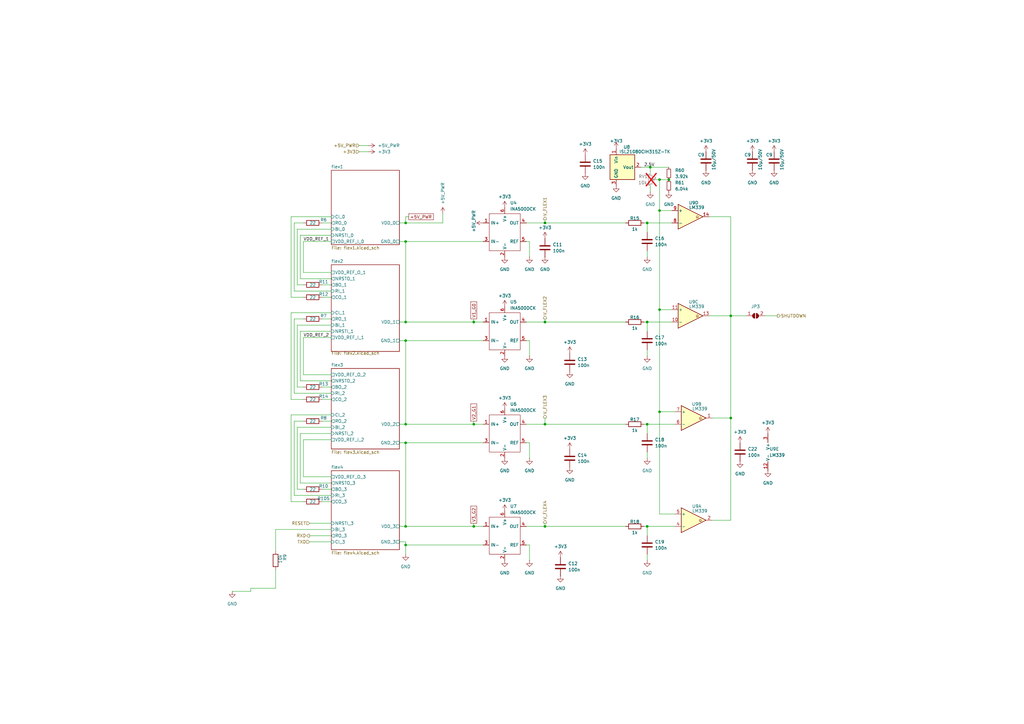
<source format=kicad_sch>
(kicad_sch (version 20231120) (generator "eeschema") (generator_version "8.0")
  (paper "A3")
  (lib_symbols
    (symbol "Comparator:LM339" (pin_names (offset 0.127))
      (property "Reference" "U" (at 0 5.08 0))
      (property "Value" "LM339" (at 0 -5.08 0))
      (symbol "LM339_1_1"
        (polyline (pts (xy -5.08 5.08) (xy 5.08 0) (xy -5.08 -5.08) (xy -5.08 5.08)) (stroke (width 0.254)) (fill (type background)))
        (polyline (pts (xy 3.302 -0.508) (xy 2.794 -0.508) (xy 3.302 0) (xy 2.794 0.508) (xy 2.286 0) (xy 2.794 -0.508) (xy 2.286 -0.508)) (stroke (width 0.127)))
        (pin open_collector line (at 7.62 0 180) (length 2.54) (name "~") (number "2"))
        (pin input line (at -7.62 -2.54 0) (length 2.54) (name "-") (number "4"))
        (pin input line (at -7.62 2.54 0) (length 2.54) (name "+") (number "5"))
      )
      (symbol "LM339_2_1"
        (polyline (pts (xy -5.08 5.08) (xy 5.08 0) (xy -5.08 -5.08) (xy -5.08 5.08)) (stroke (width 0.254)) (fill (type background)))
        (polyline (pts (xy 3.302 -0.508) (xy 2.794 -0.508) (xy 3.302 0) (xy 2.794 0.508) (xy 2.286 0) (xy 2.794 -0.508) (xy 2.286 -0.508)) (stroke (width 0.127)))
        (pin open_collector line (at 7.62 0 180) (length 2.54) (name "~") (number "1"))
        (pin input line (at -7.62 -2.54 0) (length 2.54) (name "-") (number "6"))
        (pin input line (at -7.62 2.54 0) (length 2.54) (name "+") (number "7"))
      )
      (symbol "LM339_3_1"
        (polyline (pts (xy -5.08 5.08) (xy 5.08 0) (xy -5.08 -5.08) (xy -5.08 5.08)) (stroke (width 0.254)) (fill (type background)))
        (polyline (pts (xy 3.302 -0.508) (xy 2.794 -0.508) (xy 3.302 0) (xy 2.794 0.508) (xy 2.286 0) (xy 2.794 -0.508) (xy 2.286 -0.508)) (stroke (width 0.127)))
        (pin input line (at -7.62 -2.54 0) (length 2.54) (name "-") (number "10"))
        (pin input line (at -7.62 2.54 0) (length 2.54) (name "+") (number "11"))
        (pin open_collector line (at 7.62 0 180) (length 2.54) (name "~") (number "13"))
      )
      (symbol "LM339_4_1"
        (polyline (pts (xy -5.08 5.08) (xy 5.08 0) (xy -5.08 -5.08) (xy -5.08 5.08)) (stroke (width 0.254)) (fill (type background)))
        (polyline (pts (xy 3.302 -0.508) (xy 2.794 -0.508) (xy 3.302 0) (xy 2.794 0.508) (xy 2.286 0) (xy 2.794 -0.508) (xy 2.286 -0.508)) (stroke (width 0.127)))
        (pin open_collector line (at 7.62 0 180) (length 2.54) (name "~") (number "14"))
        (pin input line (at -7.62 -2.54 0) (length 2.54) (name "-") (number "8"))
        (pin input line (at -7.62 2.54 0) (length 2.54) (name "+") (number "9"))
      )
      (symbol "LM339_5_1"
        (pin power_in line (at -2.54 -7.62 90) (length 3.81) (name "V-") (number "12"))
        (pin power_in line (at -2.54 7.62 270) (length 3.81) (name "V+") (number "3"))
      )
    )
    (symbol "Device:C" (pin_numbers hide) (pin_names (offset 0.254))
      (property "Reference" "C" (at 0.635 2.54 0))
      (property "Value" "C" (at 0.635 -2.54 0))
      (symbol "C_0_1"
        (polyline (pts (xy -2.032 -0.762) (xy 2.032 -0.762)) (stroke (width 0.508)))
        (polyline (pts (xy -2.032 0.762) (xy 2.032 0.762)) (stroke (width 0.508)))
      )
      (symbol "C_1_1"
        (pin passive line (at 0 3.81 270) (length 2.794) (name "~") (number "1"))
        (pin passive line (at 0 -3.81 90) (length 2.794) (name "~") (number "2"))
      )
    )
    (symbol "Device:R" (pin_numbers hide) (pin_names (offset 0))
      (property "Reference" "R" (at 2.032 0 90))
      (property "Value" "R" (at 0 0 90))
      (symbol "R_0_1"
        (rectangle (start -1.016 -2.54) (end 1.016 2.54) (stroke (width 0.254)))
      )
      (symbol "R_1_1"
        (pin passive line (at 0 3.81 270) (length 1.27) (name "~") (number "1"))
        (pin passive line (at 0 -3.81 90) (length 1.27) (name "~") (number "2"))
      )
    )
    (symbol "Device:R_Potentiometer_Small" (pin_names (offset 1.016) hide)
      (property "Reference" "RV" (at -4.445 0 90))
      (property "Value" "R_Potentiometer_Small" (at -2.54 0 90))
      (symbol "R_Potentiometer_Small_0_1"
        (polyline (pts (xy 0.889 0) (xy 0.635 0) (xy 1.651 0.381) (xy 1.651 -0.381) (xy 0.635 0) (xy 0.889 0)) (fill (type outline)))
        (rectangle (start 0.762 1.8034) (end -0.762 -1.8034) (stroke (width 0.254)))
      )
      (symbol "R_Potentiometer_Small_1_1"
        (pin passive line (at 0 2.54 270) (length 0.635) (name "1") (number "1"))
        (pin passive line (at 2.54 0 180) (length 0.9906) (name "2") (number "2"))
        (pin passive line (at 0 -2.54 90) (length 0.635) (name "3") (number "3"))
      )
    )
    (symbol "Device:R_Small" (pin_numbers hide) (pin_names (offset 0.254) hide)
      (property "Reference" "R" (at 0.762 0.508 0))
      (property "Value" "R_Small" (at 0.762 -1.016 0))
      (symbol "R_Small_0_1"
        (rectangle (start -0.762 1.778) (end 0.762 -1.778) (stroke (width 0.2032)))
      )
      (symbol "R_Small_1_1"
        (pin passive line (at 0 2.54 270) (length 0.762) (name "~") (number "1"))
        (pin passive line (at 0 -2.54 90) (length 0.762) (name "~") (number "2"))
      )
    )
    (symbol "Jumper:SolderJumper_2_Open" (pin_names (offset 0) hide)
      (property "Reference" "JP" (at 0 2.032 0))
      (property "Value" "SolderJumper_2_Open" (at 0 -2.54 0))
      (symbol "SolderJumper_2_Open_0_1"
        (arc (start -0.254 1.016) (mid -1.2656 0) (end -0.254 -1.016))
        (arc (start -0.254 1.016) (mid -1.2656 0) (end -0.254 -1.016) (fill (type outline)))
        (polyline (pts (xy -0.254 1.016) (xy -0.254 -1.016)))
        (polyline (pts (xy 0.254 1.016) (xy 0.254 -1.016)))
        (arc (start 0.254 -1.016) (mid 1.2656 0) (end 0.254 1.016))
        (arc (start 0.254 -1.016) (mid 1.2656 0) (end 0.254 1.016) (fill (type outline)))
      )
      (symbol "SolderJumper_2_Open_1_1"
        (pin passive line (at -3.81 0 0) (length 2.54) (name "A") (number "1"))
        (pin passive line (at 3.81 0 180) (length 2.54) (name "B") (number "2"))
      )
    )
    (symbol "Reference_Voltage:ISL21070CIH320Z-TK"
      (property "Reference" "U" (at -0.635 8.255 0))
      (property "Value" "ISL21070CIH320Z-TK" (at -1.905 6.35 0))
      (symbol "ISL21070CIH320Z-TK_0_1"
        (rectangle (start -5.08 5.08) (end 5.08 -5.08) (stroke (width 0.254)) (fill (type background)))
      )
      (symbol "ISL21070CIH320Z-TK_1_1"
        (pin power_in line (at -2.54 7.62 270) (length 2.54) (name "Vin") (number "1"))
        (pin power_out line (at 7.62 0 180) (length 2.54) (name "Vout") (number "2"))
        (pin power_in line (at -2.54 -7.62 90) (length 2.54) (name "GND") (number "3"))
      )
    )
    (symbol "mylib7:+5V_PWR" (power) (pin_names (offset 0))
      (property "Value" "+5V_PWR" (at 0 4.445 0))
      (symbol "+5V_PWR_0_1"
        (polyline (pts (xy -0.762 1.27) (xy 0 2.54)))
        (polyline (pts (xy 0 0) (xy 0 2.54)))
        (polyline (pts (xy 0 2.54) (xy 0.762 1.27)))
      )
      (symbol "+5V_PWR_1_1"
        (pin power_in line (at 0 0 90) (length 0) hide (name "+5V_PWR") (number "1"))
      )
    )
    (symbol "mylib7:INA500-DCK"
      (property "Reference" "U" (at 3.81 7.62 0))
      (property "Value" "INA500DCK" (at 7.62 -10.16 0))
      (symbol "INA500-DCK_0_1"
        (rectangle (start -5.08 6.35) (end 7.62 -8.89))
      )
      (symbol "INA500-DCK_1_1"
        (pin input line (at -7.62 2.54 0) (length 2.54) (name "IN+") (number "1"))
        (pin input line (at 1.27 -11.43 90) (length 2.54) (name "V-") (number "2"))
        (pin input line (at -7.62 -5.08 0) (length 2.54) (name "IN-") (number "3"))
        (pin input line (at 10.16 2.54 180) (length 2.54) (name "OUT") (number "4"))
        (pin input line (at 10.16 -5.08 180) (length 2.54) (name "REF") (number "5"))
        (pin input line (at 1.27 8.89 270) (length 2.54) (name "V+") (number "6"))
      )
    )
    (symbol "power:+3V3" (power) (pin_names (offset 0))
      (property "Value" "+3V3" (at 0 3.556 0))
      (symbol "+3V3_0_1"
        (polyline (pts (xy -0.762 1.27) (xy 0 2.54)))
        (polyline (pts (xy 0 0) (xy 0 2.54)))
        (polyline (pts (xy 0 2.54) (xy 0.762 1.27)))
      )
      (symbol "+3V3_1_1"
        (pin power_in line (at 0 0 90) (length 0) hide (name "+3V3") (number "1"))
      )
    )
    (symbol "power:GND" (power) (pin_numbers hide) (pin_names (offset 0) hide)
      (property "Value" "GND" (at 0 -3.81 0))
      (symbol "GND_0_1"
        (polyline (pts (xy 0 0) (xy 0 -1.27) (xy 1.27 -1.27) (xy 0 -2.54) (xy -1.27 -1.27) (xy 0 -1.27)))
      )
      (symbol "GND_1_1"
        (pin power_in line (at 0 0 270) (length 0) (name "~") (number "1"))
      )
    )
  )
  (junction (at 223.52 173.99))
  (junction (at 166.37 99.06))
  (junction (at 194.31 132.08))
  (junction (at 265.43 215.9))
  (junction (at 270.51 168.91))
  (junction (at 299.72 129.54))
  (junction (at 166.37 173.99))
  (junction (at 266.7 68.58))
  (junction (at 166.37 223.52))
  (junction (at 223.52 132.08))
  (junction (at 265.43 132.08))
  (junction (at 166.37 181.61))
  (junction (at 223.52 91.44))
  (junction (at 223.52 215.9))
  (junction (at 270.51 73.66))
  (junction (at 265.43 173.99))
  (junction (at 166.37 132.08))
  (junction (at 270.51 127))
  (junction (at 270.51 86.36))
  (junction (at 274.32 73.66))
  (junction (at 166.37 91.44))
  (junction (at 194.31 215.9))
  (junction (at 194.31 173.99))
  (junction (at 299.72 171.45))
  (junction (at 166.37 215.9))
  (junction (at 265.43 91.44))
  (junction (at 166.37 139.7))
  (wire (pts (xy 163.83 99.06) (xy 166.37 99.06)))
  (wire (pts (xy 121.92 93.98) (xy 135.89 93.98)))
  (wire (pts (xy 223.52 171.45) (xy 223.52 173.99)))
  (wire (pts (xy 290.83 88.9) (xy 299.72 88.9)))
  (wire (pts (xy 270.51 73.66) (xy 274.32 73.66)))
  (wire (pts (xy 266.7 76.2) (xy 266.7 78.74)))
  (wire (pts (xy 166.37 99.06) (xy 198.12 99.06)))
  (wire (pts (xy 166.37 223.52) (xy 166.37 222.25)))
  (wire (pts (xy 123.19 114.3) (xy 135.89 114.3)))
  (wire (pts (xy 132.08 116.84) (xy 135.89 116.84)))
  (wire (pts (xy 119.38 88.9) (xy 135.89 88.9)))
  (wire (pts (xy 299.72 213.36) (xy 292.1 213.36)))
  (wire (pts (xy 120.65 161.29) (xy 135.89 161.29)))
  (wire (pts (xy 166.37 139.7) (xy 166.37 173.99)))
  (wire (pts (xy 217.17 223.52) (xy 215.9 223.52)))
  (wire (pts (xy 124.46 116.84) (xy 121.92 116.84)))
  (wire (pts (xy 215.9 91.44) (xy 223.52 91.44)))
  (wire (pts (xy 132.08 130.81) (xy 135.89 130.81)))
  (wire (pts (xy 215.9 173.99) (xy 223.52 173.99)))
  (wire (pts (xy 132.08 172.72) (xy 135.89 172.72)))
  (wire (pts (xy 135.89 96.52) (xy 123.19 96.52)))
  (wire (pts (xy 124.46 195.58) (xy 135.89 195.58)))
  (wire (pts (xy 270.51 86.36) (xy 275.59 86.36)))
  (wire (pts (xy 113.03 217.17) (xy 135.89 217.17)))
  (wire (pts (xy 124.46 99.06) (xy 135.89 99.06)))
  (wire (pts (xy 299.72 171.45) (xy 299.72 213.36)))
  (wire (pts (xy 265.43 132.08) (xy 275.59 132.08)))
  (wire (pts (xy 135.89 133.35) (xy 121.92 133.35)))
  (wire (pts (xy 264.16 91.44) (xy 265.43 91.44)))
  (wire (pts (xy 119.38 163.83) (xy 119.38 128.27)))
  (wire (pts (xy 265.43 91.44) (xy 275.59 91.44)))
  (wire (pts (xy 264.16 173.99) (xy 265.43 173.99)))
  (wire (pts (xy 121.92 116.84) (xy 121.92 93.98)))
  (wire (pts (xy 166.37 227.33) (xy 166.37 223.52)))
  (wire (pts (xy 166.37 181.61) (xy 166.37 215.9)))
  (wire (pts (xy 135.89 203.2) (xy 120.65 203.2)))
  (wire (pts (xy 119.38 121.92) (xy 119.38 88.9)))
  (wire (pts (xy 194.31 132.08) (xy 198.12 132.08)))
  (wire (pts (xy 135.89 180.34) (xy 124.46 180.34)))
  (wire (pts (xy 132.08 200.66) (xy 135.89 200.66)))
  (wire (pts (xy 123.19 96.52) (xy 123.19 114.3)))
  (wire (pts (xy 215.9 215.9) (xy 223.52 215.9)))
  (wire (pts (xy 265.43 185.42) (xy 265.43 187.96)))
  (wire (pts (xy 124.46 153.67) (xy 135.89 153.67)))
  (wire (pts (xy 217.17 105.41) (xy 217.17 99.06)))
  (wire (pts (xy 127 222.25) (xy 135.89 222.25)))
  (wire (pts (xy 166.37 181.61) (xy 163.83 181.61)))
  (wire (pts (xy 265.43 173.99) (xy 265.43 177.8)))
  (wire (pts (xy 163.83 139.7) (xy 166.37 139.7)))
  (wire (pts (xy 135.89 198.12) (xy 123.19 198.12)))
  (wire (pts (xy 215.9 132.08) (xy 223.52 132.08)))
  (wire (pts (xy 264.16 215.9) (xy 265.43 215.9)))
  (wire (pts (xy 266.7 68.58) (xy 274.32 68.58)))
  (wire (pts (xy 223.52 130.81) (xy 223.52 132.08)))
  (wire (pts (xy 166.37 99.06) (xy 166.37 132.08)))
  (wire (pts (xy 163.83 132.08) (xy 166.37 132.08)))
  (wire (pts (xy 265.43 91.44) (xy 265.43 95.25)))
  (wire (pts (xy 166.37 215.9) (xy 194.31 215.9)))
  (wire (pts (xy 166.37 222.25) (xy 163.83 222.25)))
  (wire (pts (xy 123.19 135.89) (xy 123.19 156.21)))
  (wire (pts (xy 124.46 138.43) (xy 124.46 153.67)))
  (wire (pts (xy 290.83 129.54) (xy 299.72 129.54)))
  (wire (pts (xy 223.52 91.44) (xy 256.54 91.44)))
  (wire (pts (xy 132.08 205.74) (xy 135.89 205.74)))
  (wire (pts (xy 266.7 68.58) (xy 266.7 71.12)))
  (wire (pts (xy 102.87 241.3) (xy 102.87 242.57)))
  (wire (pts (xy 124.46 163.83) (xy 119.38 163.83)))
  (wire (pts (xy 264.16 132.08) (xy 265.43 132.08)))
  (wire (pts (xy 113.03 226.06) (xy 113.03 217.17)))
  (wire (pts (xy 121.92 133.35) (xy 121.92 158.75)))
  (wire (pts (xy 124.46 91.44) (xy 120.65 91.44)))
  (wire (pts (xy 166.37 91.44) (xy 181.61 91.44)))
  (wire (pts (xy 181.61 91.44) (xy 181.61 87.63)))
  (wire (pts (xy 132.08 121.92) (xy 135.89 121.92)))
  (wire (pts (xy 265.43 215.9) (xy 265.43 219.71)))
  (wire (pts (xy 265.43 227.33) (xy 265.43 229.87)))
  (wire (pts (xy 120.65 172.72) (xy 124.46 172.72)))
  (wire (pts (xy 147.32 59.69) (xy 151.13 59.69)))
  (wire (pts (xy 120.65 91.44) (xy 120.65 119.38)))
  (wire (pts (xy 194.31 214.63) (xy 194.31 215.9)))
  (wire (pts (xy 166.37 173.99) (xy 194.31 173.99)))
  (wire (pts (xy 127 219.71) (xy 135.89 219.71)))
  (wire (pts (xy 194.31 130.81) (xy 194.31 132.08)))
  (wire (pts (xy 124.46 121.92) (xy 119.38 121.92)))
  (wire (pts (xy 147.32 62.23) (xy 151.13 62.23)))
  (wire (pts (xy 270.51 168.91) (xy 276.86 168.91)))
  (wire (pts (xy 119.38 170.18) (xy 135.89 170.18)))
  (wire (pts (xy 123.19 135.89) (xy 135.89 135.89)))
  (wire (pts (xy 127 214.63) (xy 135.89 214.63)))
  (wire (pts (xy 194.31 173.99) (xy 198.12 173.99)))
  (wire (pts (xy 265.43 173.99) (xy 276.86 173.99)))
  (wire (pts (xy 223.52 214.63) (xy 223.52 215.9)))
  (wire (pts (xy 270.51 73.66) (xy 270.51 86.36)))
  (wire (pts (xy 120.65 130.81) (xy 120.65 161.29)))
  (wire (pts (xy 299.72 88.9) (xy 299.72 129.54)))
  (wire (pts (xy 135.89 138.43) (xy 124.46 138.43)))
  (wire (pts (xy 102.87 242.57) (xy 95.25 242.57)))
  (wire (pts (xy 269.24 73.66) (xy 270.51 73.66)))
  (wire (pts (xy 163.83 215.9) (xy 166.37 215.9)))
  (wire (pts (xy 120.65 119.38) (xy 135.89 119.38)))
  (wire (pts (xy 120.65 203.2) (xy 120.65 172.72)))
  (wire (pts (xy 121.92 175.26) (xy 135.89 175.26)))
  (wire (pts (xy 270.51 168.91) (xy 270.51 210.82)))
  (wire (pts (xy 270.51 86.36) (xy 270.51 127)))
  (wire (pts (xy 223.52 215.9) (xy 256.54 215.9)))
  (wire (pts (xy 121.92 200.66) (xy 124.46 200.66)))
  (wire (pts (xy 265.43 215.9) (xy 276.86 215.9)))
  (wire (pts (xy 265.43 102.87) (xy 265.43 105.41)))
  (wire (pts (xy 132.08 158.75) (xy 135.89 158.75)))
  (wire (pts (xy 299.72 129.54) (xy 299.72 171.45)))
  (wire (pts (xy 163.83 91.44) (xy 166.37 91.44)))
  (wire (pts (xy 217.17 229.87) (xy 217.17 223.52)))
  (wire (pts (xy 113.03 233.68) (xy 113.03 241.3)))
  (wire (pts (xy 163.83 173.99) (xy 166.37 173.99)))
  (wire (pts (xy 135.89 111.76) (xy 124.46 111.76)))
  (wire (pts (xy 217.17 187.96) (xy 217.17 181.61)))
  (wire (pts (xy 166.37 88.9) (xy 166.37 91.44)))
  (wire (pts (xy 132.08 91.44) (xy 135.89 91.44)))
  (wire (pts (xy 123.19 198.12) (xy 123.19 177.8)))
  (wire (pts (xy 121.92 175.26) (xy 121.92 200.66)))
  (wire (pts (xy 265.43 132.08) (xy 265.43 135.89)))
  (wire (pts (xy 121.92 158.75) (xy 124.46 158.75)))
  (wire (pts (xy 270.51 210.82) (xy 276.86 210.82)))
  (wire (pts (xy 166.37 139.7) (xy 198.12 139.7)))
  (wire (pts (xy 166.37 223.52) (xy 198.12 223.52)))
  (wire (pts (xy 166.37 88.9) (xy 167.64 88.9)))
  (wire (pts (xy 265.43 143.51) (xy 265.43 146.05)))
  (wire (pts (xy 223.52 173.99) (xy 256.54 173.99)))
  (wire (pts (xy 123.19 177.8) (xy 135.89 177.8)))
  (wire (pts (xy 119.38 128.27) (xy 135.89 128.27)))
  (wire (pts (xy 119.38 170.18) (xy 119.38 205.74)))
  (wire (pts (xy 292.1 171.45) (xy 299.72 171.45)))
  (wire (pts (xy 194.31 215.9) (xy 198.12 215.9)))
  (wire (pts (xy 217.17 146.05) (xy 217.17 139.7)))
  (wire (pts (xy 217.17 181.61) (xy 215.9 181.61)))
  (wire (pts (xy 270.51 127) (xy 275.59 127)))
  (wire (pts (xy 124.46 180.34) (xy 124.46 195.58)))
  (wire (pts (xy 194.31 172.72) (xy 194.31 173.99)))
  (wire (pts (xy 313.69 129.54) (xy 318.77 129.54)))
  (wire (pts (xy 217.17 99.06) (xy 215.9 99.06)))
  (wire (pts (xy 270.51 127) (xy 270.51 168.91)))
  (wire (pts (xy 166.37 132.08) (xy 194.31 132.08)))
  (wire (pts (xy 124.46 111.76) (xy 124.46 99.06)))
  (wire (pts (xy 119.38 205.74) (xy 124.46 205.74)))
  (wire (pts (xy 223.52 90.17) (xy 223.52 91.44)))
  (wire (pts (xy 166.37 181.61) (xy 198.12 181.61)))
  (wire (pts (xy 223.52 132.08) (xy 256.54 132.08)))
  (wire (pts (xy 123.19 156.21) (xy 135.89 156.21)))
  (wire (pts (xy 113.03 241.3) (xy 102.87 241.3)))
  (wire (pts (xy 217.17 139.7) (xy 215.9 139.7)))
  (wire (pts (xy 132.08 163.83) (xy 135.89 163.83)))
  (wire (pts (xy 124.46 130.81) (xy 120.65 130.81)))
  (wire (pts (xy 299.72 129.54) (xy 306.07 129.54)))
  (wire (pts (xy 262.89 68.58) (xy 266.7 68.58)))
  (label "2.5V" (at 264.16 68.58 0))
  (label "VDD_REF_1" (at 124.46 99.06 0))
  (label "VDD_REF_2" (at 124.46 138.43 0))
  (global_label "V3_G2" (shape passive) (at 194.31 214.63 90) (property "Intersheetrefs" "${INTERSHEET_REFS}" (effects (hide yes))))
  (global_label "V2_G1" (shape passive) (at 194.31 172.72 90) (property "Intersheetrefs" "${INTERSHEET_REFS}" (effects (hide yes))))
  (global_label "V1_G0" (shape passive) (at 194.31 130.81 90) (property "Intersheetrefs" "${INTERSHEET_REFS}" (effects (hide yes))))
  (global_label "+5V_PWR" (shape passive) (at 167.64 88.9 0) (property "Intersheetrefs" "${INTERSHEET_REFS}" (effects (hide yes))))
  (hierarchical_label "SHUTDOWN" (shape output) (at 318.77 129.54 0))
  (hierarchical_label "V_FLEX2" (shape output) (at 223.52 130.81 90))
  (hierarchical_label "V_FLEX4" (shape output) (at 223.52 214.63 90))
  (hierarchical_label "RESET" (shape input) (at 127 214.63 180))
  (hierarchical_label "+3V3" (shape input) (at 147.32 62.23 180))
  (hierarchical_label "V_FLEX1" (shape output) (at 223.52 90.17 90))
  (hierarchical_label "V_FLEX3" (shape output) (at 223.52 171.45 90))
  (hierarchical_label "TXD" (shape input) (at 127 222.25 180))
  (hierarchical_label "+5V_PWR" (shape input) (at 147.32 59.69 180))
  (hierarchical_label "RXD" (shape output) (at 127 219.71 180))
  (symbol (lib_id "power:GND") (at 274.32 78.74 0) (unit 1)
    (property "Reference" "#PWR0390" (effects (hide yes)))
    (property "Value" "GND" (at 274.32 83.82 0))
    (property "Description" "Power symbol creates a global label with name \"GND\" , ground" (effects (hide yes)))
  )
  (symbol (lib_id "power:+3V3") (at 233.68 184.15 0) (unit 1)
    (property "Reference" "#PWR065" (effects (hide yes)))
    (property "Value" "+3V3" (at 233.68 179.705 0))
  )
  (symbol (lib_id "power:GND") (at 317.5 69.85 0) (unit 1)
    (property "Reference" "#PWR086" (effects (hide yes)))
    (property "Value" "GND" (at 317.5 74.93 0))
    (property "Description" "Power symbol creates a global label with name \"GND\" , ground" (effects (hide yes)))
  )
  (symbol (lib_id "Device:C") (at 265.43 139.7 0) (unit 1)
    (property "Reference" "C17" (at 268.605 138.43 0) (effects (justify left)))
    (property "Value" "100n" (at 268.605 140.97 0) (effects (justify left)))
    (property "Footprint" "Capacitor_SMD:C_0805_2012Metric" (effects (hide yes)))
  )
  (symbol (lib_id "power:+3V3") (at 252.73 60.96 0) (unit 1)
    (property "Reference" "#PWR069" (effects (hide yes)))
    (property "Value" "+3V3" (at 252.73 57.785 0))
  )
  (symbol (lib_id "Device:C") (at 240.03 67.31 0) (unit 1)
    (property "Reference" "C15" (at 243.205 66.04 0) (effects (justify left)))
    (property "Value" "100n" (at 243.205 68.58 0) (effects (justify left)))
    (property "Footprint" "Capacitor_SMD:C_0805_2012Metric" (effects (hide yes)))
  )
  (symbol (lib_id "Device:C") (at 233.68 187.96 0) (unit 1)
    (property "Reference" "C14" (at 236.855 186.69 0) (effects (justify left)))
    (property "Value" "100n" (at 236.855 189.23 0) (effects (justify left)))
    (property "Footprint" "Capacitor_SMD:C_0805_2012Metric" (effects (hide yes)))
  )
  (symbol (lib_id "mylib7:INA500-DCK") (at 205.74 93.98 0) (unit 1)
    (property "Reference" "U4" (at 209.2041 83.185 0) (effects (justify left)))
    (property "Value" "INA500DCK" (at 209.2041 85.725 0) (effects (justify left)))
    (property "Footprint" "Package_TO_SOT_SMD:SOT-363_SC-70-6" (effects (hide yes)))
    (property "Distributor" "D" (effects (hide yes)))
    (property "Manufacturer" "INA500AIDCKR" (effects (hide yes)))
    (property "OrderNr" "296-INA500AIDCKRCT-ND" (effects (hide yes)))
  )
  (symbol (lib_id "Device:R") (at 260.35 215.9 90) (unit 1)
    (property "Reference" "R18" (at 260.35 213.995 90))
    (property "Value" "1k" (at 260.35 218.44 90))
    (property "Footprint" "Resistor_SMD:R_0805_2012Metric" (effects (hide yes)))
  )
  (symbol (lib_id "Device:R") (at 128.27 121.92 90) (unit 1)
    (property "Reference" "R12" (at 132.715 120.65 90))
    (property "Value" "22" (at 128.27 121.92 90))
    (property "Footprint" "Resistor_SMD:R_0805_2012Metric" (effects (hide yes)))
  )
  (symbol (lib_id "Device:R") (at 113.03 229.87 0) (unit 1)
    (property "Reference" "R9" (at 116.84 228.6 90))
    (property "Value" "10k" (at 114.935 229.235 90))
    (property "Footprint" "Resistor_SMD:R_0805_2012Metric" (effects (hide yes)))
  )
  (symbol (lib_id "Device:C") (at 289.56 66.04 0) (mirror y) (unit 1)
    (property "Reference" "C9" (at 288.925 63.5 0) (effects (justify left)))
    (property "Value" "10µ/50V" (at 292.735 69.85 90) (effects (justify left)))
    (property "Footprint" "Capacitor_SMD:C_1206_3216Metric" (effects (hide yes)))
    (instances (project "pferdibank" (path "" (reference "C9") (unit 1))) (project "power" (path "" (reference "C20") (unit 1))) (project "0xaxe" (path "" (reference "C20") (unit 1))))
  )
  (symbol (lib_id "power:GND") (at 217.17 229.87 0) (unit 1)
    (property "Reference" "#PWR058" (effects (hide yes)))
    (property "Value" "GND" (at 217.17 234.95 0))
    (property "Description" "Power symbol creates a global label with name \"GND\" , ground" (effects (hide yes)))
  )
  (symbol (lib_id "power:GND") (at 233.68 191.77 0) (unit 1)
    (property "Reference" "#PWR066" (effects (hide yes)))
    (property "Value" "GND" (at 233.68 196.85 0))
    (property "Description" "Power symbol creates a global label with name \"GND\" , ground" (effects (hide yes)))
  )
  (symbol (lib_id "Comparator:LM339") (at 284.48 171.45 0) (unit 2)
    (property "Reference" "U9" (at 285.75 165.735 0))
    (property "Value" "LM339" (at 287.02 167.64 0))
    (property "Footprint" "Package_SO:SOIC-14_3.9x8.7mm_P1.27mm" (effects (hide yes)))
    (property "Datasheet" "https://www.st.com/resource/en/datasheet/lm139.pdf" (effects (hide yes)))
    (property "Distributor" "D" (effects (hide yes)))
    (property "Manufacturer" "LM339DR" (effects (hide yes)))
    (property "OrderNr" "296-1013-1-ND" (effects (hide yes)))
  )
  (symbol (lib_id "Device:C") (at 308.61 66.04 0) (mirror y) (unit 1)
    (property "Reference" "C9" (at 307.975 63.5 0) (effects (justify left)))
    (property "Value" "10µ/50V" (at 311.785 69.85 90) (effects (justify left)))
    (property "Footprint" "Capacitor_SMD:C_1206_3216Metric" (effects (hide yes)))
    (instances (project "pferdibank" (path "" (reference "C9") (unit 1))) (project "power" (path "" (reference "C20") (unit 1))) (project "0xaxe" (path "" (reference "C23") (unit 1))))
  )
  (symbol (lib_id "mylib7:INA500-DCK") (at 205.74 218.44 0) (unit 1)
    (property "Reference" "U7" (at 209.2041 207.645 0) (effects (justify left)))
    (property "Value" "INA500DCK" (at 209.2041 210.185 0) (effects (justify left)))
    (property "Footprint" "Package_TO_SOT_SMD:SOT-363_SC-70-6" (effects (hide yes)))
    (property "Distributor" "D" (effects (hide yes)))
    (property "Manufacturer" "INA500AIDCKR" (effects (hide yes)))
    (property "OrderNr" "296-INA500AIDCKRCT-ND" (effects (hide yes)))
  )
  (symbol (lib_id "power:+3V3") (at 314.96 177.8 0) (unit 1)
    (property "Reference" "#PWR083" (effects (hide yes)))
    (property "Value" "+3V3" (at 314.96 173.355 0))
  )
  (symbol (lib_id "power:+3V3") (at 151.13 62.23 270) (unit 1)
    (property "Reference" "#PWR0323" (effects (hide yes)))
    (property "Value" "+3V3" (at 154.94 62.23 90) (effects (justify left)))
  )
  (symbol (lib_id "power:GND") (at 265.43 105.41 0) (unit 1)
    (property "Reference" "#PWR071" (effects (hide yes)))
    (property "Value" "GND" (at 265.43 110.49 0))
    (property "Description" "Power symbol creates a global label with name \"GND\" , ground" (effects (hide yes)))
  )
  (symbol (lib_id "power:+3V3") (at 223.52 97.79 0) (unit 1)
    (property "Reference" "#PWR059" (effects (hide yes)))
    (property "Value" "+3V3" (at 223.52 93.345 0))
  )
  (symbol (lib_id "Device:R_Potentiometer_Small") (at 266.7 73.66 0) (unit 1) (in_bom no) (dnp yes)
    (property "Reference" "RV1" (at 265.684 72.39 0) (effects (justify right)))
    (property "Value" "10k" (at 265.43 74.93 0) (effects (justify right)))
    (property "Footprint" "Potentiometer_SMD:Potentiometer_Bourns_3214X_Vertical" (effects (hide yes)))
    (property "Description" "Potentiometer" (effects (hide yes)))
    (property "Distributor" "D" (effects (hide yes)))
    (property "Manufacturer" "3214X-1-103E" (effects (hide yes)))
    (property "OrderNr" "3214X-1-103ECT-ND" (effects (hide yes)))
  )
  (symbol (lib_id "mylib7:INA500-DCK") (at 205.74 134.62 0) (unit 1)
    (property "Reference" "U5" (at 209.2041 123.825 0) (effects (justify left)))
    (property "Value" "INA500DCK" (at 209.2041 126.365 0) (effects (justify left)))
    (property "Footprint" "Package_TO_SOT_SMD:SOT-363_SC-70-6" (effects (hide yes)))
    (property "Distributor" "D" (effects (hide yes)))
    (property "Manufacturer" "INA500AIDCKR" (effects (hide yes)))
    (property "OrderNr" "296-INA500AIDCKRCT-ND" (effects (hide yes)))
  )
  (symbol (lib_id "Device:C") (at 265.43 223.52 0) (unit 1)
    (property "Reference" "C19" (at 268.605 222.25 0) (effects (justify left)))
    (property "Value" "100n" (at 268.605 224.79 0) (effects (justify left)))
    (property "Footprint" "Capacitor_SMD:C_0805_2012Metric" (effects (hide yes)))
  )
  (symbol (lib_id "power:+3V3") (at 229.87 228.6 0) (unit 1)
    (property "Reference" "#PWR061" (effects (hide yes)))
    (property "Value" "+3V3" (at 229.87 224.155 0))
  )
  (symbol (lib_id "Device:R") (at 260.35 173.99 90) (unit 1)
    (property "Reference" "R17" (at 260.35 172.085 90))
    (property "Value" "1k" (at 260.35 176.53 90))
    (property "Footprint" "Resistor_SMD:R_0805_2012Metric" (effects (hide yes)))
  )
  (symbol (lib_id "mylib7:+5V_PWR") (at 198.12 91.44 90) (unit 1)
    (property "Reference" "#PWR046" (effects (hide yes)))
    (property "Value" "+5V_PWR" (at 194.31 95.25 0) (effects (justify left)))
  )
  (symbol (lib_id "Device:R") (at 128.27 116.84 90) (unit 1)
    (property "Reference" "R11" (at 132.715 115.57 90))
    (property "Value" "22" (at 128.27 116.84 90))
    (property "Footprint" "Resistor_SMD:R_0805_2012Metric" (effects (hide yes)))
  )
  (symbol (lib_id "Device:C") (at 229.87 232.41 0) (unit 1)
    (property "Reference" "C12" (at 233.045 231.14 0) (effects (justify left)))
    (property "Value" "100n" (at 233.045 233.68 0) (effects (justify left)))
    (property "Footprint" "Capacitor_SMD:C_0805_2012Metric" (effects (hide yes)))
  )
  (symbol (lib_id "Jumper:SolderJumper_2_Open") (at 309.88 129.54 0) (unit 1)
    (property "Reference" "JP3" (at 309.88 125.73 0))
    (property "Value" "SolderJumper_2_Open" (effects (hide yes)))
    (property "Footprint" "Jumper:SolderJumper-2_P1.3mm_Open_RoundedPad1.0x1.5mm" (effects (hide yes)))
    (property "Distributor" "-" (effects (hide yes)))
  )
  (symbol (lib_id "power:GND") (at 265.43 146.05 0) (unit 1)
    (property "Reference" "#PWR072" (effects (hide yes)))
    (property "Value" "GND" (at 265.43 151.13 0))
    (property "Description" "Power symbol creates a global label with name \"GND\" , ground" (effects (hide yes)))
  )
  (symbol (lib_id "power:GND") (at 308.61 69.85 0) (unit 1)
    (property "Reference" "#PWR082" (effects (hide yes)))
    (property "Value" "GND" (at 308.61 74.93 0))
    (property "Description" "Power symbol creates a global label with name \"GND\" , ground" (effects (hide yes)))
  )
  (symbol (lib_id "Device:R") (at 128.27 172.72 90) (unit 1)
    (property "Reference" "R8" (at 132.715 171.45 90))
    (property "Value" "22" (at 128.27 172.72 90))
    (property "Footprint" "Resistor_SMD:R_0805_2012Metric" (effects (hide yes)))
  )
  (symbol (lib_id "Device:C") (at 317.5 66.04 0) (mirror y) (unit 1)
    (property "Reference" "C9" (at 316.865 63.5 0) (effects (justify left)))
    (property "Value" "10µ/50V" (at 320.675 69.85 90) (effects (justify left)))
    (property "Footprint" "Capacitor_SMD:C_1206_3216Metric" (effects (hide yes)))
    (instances (project "pferdibank" (path "" (reference "C9") (unit 1))) (project "power" (path "" (reference "C20") (unit 1))) (project "0xaxe" (path "" (reference "C24") (unit 1))))
  )
  (symbol (lib_id "power:+3V3") (at 240.03 63.5 0) (unit 1)
    (property "Reference" "#PWR067" (effects (hide yes)))
    (property "Value" "+3V3" (at 240.03 59.055 0))
  )
  (symbol (lib_id "mylib7:INA500-DCK") (at 205.74 176.53 0) (unit 1)
    (property "Reference" "U6" (at 209.2041 165.735 0) (effects (justify left)))
    (property "Value" "INA500DCK" (at 209.2041 168.275 0) (effects (justify left)))
    (property "Footprint" "Package_TO_SOT_SMD:SOT-363_SC-70-6" (effects (hide yes)))
    (property "Distributor" "D" (effects (hide yes)))
    (property "Manufacturer" "INA500AIDCKR" (effects (hide yes)))
    (property "OrderNr" "296-INA500AIDCKRCT-ND" (effects (hide yes)))
  )
  (symbol (lib_id "power:GND") (at 233.68 152.4 0) (unit 1)
    (property "Reference" "#PWR064" (effects (hide yes)))
    (property "Value" "GND" (at 233.68 157.48 0))
    (property "Description" "Power symbol creates a global label with name \"GND\" , ground" (effects (hide yes)))
  )
  (symbol (lib_id "Comparator:LM339") (at 283.21 129.54 0) (unit 3)
    (property "Reference" "U9" (at 284.48 123.825 0))
    (property "Value" "LM339" (at 285.75 125.73 0))
    (property "Footprint" "Package_SO:SOIC-14_3.9x8.7mm_P1.27mm" (effects (hide yes)))
    (property "Datasheet" "https://www.st.com/resource/en/datasheet/lm139.pdf" (effects (hide yes)))
    (property "Distributor" "D" (effects (hide yes)))
    (property "Manufacturer" "LM339DR" (effects (hide yes)))
    (property "OrderNr" "296-1013-1-ND" (effects (hide yes)))
  )
  (symbol (lib_id "power:GND") (at 217.17 146.05 0) (unit 1)
    (property "Reference" "#PWR056" (effects (hide yes)))
    (property "Value" "GND" (at 217.17 151.13 0))
    (property "Description" "Power symbol creates a global label with name \"GND\" , ground" (effects (hide yes)))
  )
  (symbol (lib_id "Comparator:LM339") (at 317.5 185.42 0) (unit 5)
    (property "Reference" "U9" (at 315.595 184.15 0) (effects (justify left)))
    (property "Value" "LM339" (at 315.595 186.69 0) (effects (justify left)))
    (property "Footprint" "Package_SO:SOIC-14_3.9x8.7mm_P1.27mm" (effects (hide yes)))
    (property "Datasheet" "https://www.st.com/resource/en/datasheet/lm139.pdf" (effects (hide yes)))
    (property "OrderNr" "296-1013-1-ND" (effects (hide yes)))
    (property "Distributor" "D" (effects (hide yes)))
    (property "Manufacturer" "LM339DR" (effects (hide yes)))
  )
  (symbol (lib_id "Device:R") (at 128.27 205.74 90) (unit 1)
    (property "Reference" "R105" (at 132.715 204.47 90))
    (property "Value" "22" (at 128.27 205.74 90))
    (property "Footprint" "Resistor_SMD:R_0805_2012Metric" (effects (hide yes)))
  )
  (symbol (lib_id "power:+3V3") (at 289.56 62.23 0) (unit 1)
    (property "Reference" "#PWR075" (effects (hide yes)))
    (property "Value" "+3V3" (at 289.56 57.785 0))
  )
  (symbol (lib_id "Device:R") (at 128.27 91.44 90) (unit 1)
    (property "Reference" "R6" (at 132.715 90.17 90))
    (property "Value" "22" (at 128.27 91.44 90))
    (property "Footprint" "Resistor_SMD:R_0805_2012Metric" (effects (hide yes)))
  )
  (symbol (lib_id "mylib7:+5V_PWR") (at 151.13 59.69 270) (unit 1)
    (property "Reference" "#PWR0280" (effects (hide yes)))
    (property "Value" "+5V_PWR" (at 154.94 59.69 90) (effects (justify left)))
  )
  (symbol (lib_id "power:GND") (at 314.96 193.04 0) (unit 1)
    (property "Reference" "#PWR084" (effects (hide yes)))
    (property "Value" "GND" (at 314.96 198.12 0))
    (property "Description" "Power symbol creates a global label with name \"GND\" , ground" (effects (hide yes)))
  )
  (symbol (lib_id "power:GND") (at 240.03 71.12 0) (unit 1)
    (property "Reference" "#PWR068" (effects (hide yes)))
    (property "Value" "GND" (at 240.03 76.2 0))
    (property "Description" "Power symbol creates a global label with name \"GND\" , ground" (effects (hide yes)))
  )
  (symbol (lib_id "power:GND") (at 252.73 76.2 0) (unit 1)
    (property "Reference" "#PWR070" (effects (hide yes)))
    (property "Value" "GND" (at 252.73 81.28 0))
    (property "Description" "Power symbol creates a global label with name \"GND\" , ground" (effects (hide yes)))
  )
  (symbol (lib_id "Device:C") (at 223.52 101.6 0) (unit 1)
    (property "Reference" "C11" (at 226.695 100.33 0) (effects (justify left)))
    (property "Value" "100n" (at 226.695 102.87 0) (effects (justify left)))
    (property "Footprint" "Capacitor_SMD:C_0805_2012Metric" (effects (hide yes)))
  )
  (symbol (lib_id "Device:R") (at 128.27 200.66 90) (unit 1)
    (property "Reference" "R10" (at 132.715 199.39 90))
    (property "Value" "22" (at 128.27 200.66 90))
    (property "Footprint" "Resistor_SMD:R_0805_2012Metric" (effects (hide yes)))
  )
  (symbol (lib_id "mylib7:+5V_PWR") (at 181.61 87.63 0) (unit 1)
    (property "Reference" "#PWR0338" (effects (hide yes)))
    (property "Value" "+5V_PWR" (at 181.61 83.82 90) (effects (justify left)))
  )
  (symbol (lib_id "Device:R_Small") (at 274.32 76.2 0) (unit 1)
    (property "Reference" "R61" (at 276.86 74.9299 0) (effects (justify left)))
    (property "Value" "6.04k" (at 276.86 77.4699 0) (effects (justify left)))
    (property "Footprint" "Resistor_SMD:R_0805_2012Metric" (effects (hide yes)))
    (property "Description" "Resistor, small symbol" (effects (hide yes)))
    (property "Distributor" "D" (effects (hide yes)))
    (property "Manufacturer" "RC0805FR-076K04L" (effects (hide yes)))
    (property "OrderNr" "311-6.04KCRCT-ND" (effects (hide yes)))
  )
  (symbol (lib_id "power:GND") (at 303.53 189.23 0) (unit 1)
    (property "Reference" "#PWR080" (effects (hide yes)))
    (property "Value" "GND" (at 303.53 194.31 0))
    (property "Description" "Power symbol creates a global label with name \"GND\" , ground" (effects (hide yes)))
  )
  (symbol (lib_id "Comparator:LM339") (at 283.21 88.9 0) (unit 4)
    (property "Reference" "U9" (at 284.48 83.185 0))
    (property "Value" "LM339" (at 285.75 85.09 0))
    (property "Footprint" "Package_SO:SOIC-14_3.9x8.7mm_P1.27mm" (effects (hide yes)))
    (property "Datasheet" "https://www.st.com/resource/en/datasheet/lm139.pdf" (effects (hide yes)))
    (property "Distributor" "D" (effects (hide yes)))
    (property "Manufacturer" "LM339DR" (effects (hide yes)))
    (property "OrderNr" "296-1013-1-ND" (effects (hide yes)))
  )
  (symbol (lib_id "power:+3V3") (at 308.61 62.23 0) (unit 1)
    (property "Reference" "#PWR081" (effects (hide yes)))
    (property "Value" "+3V3" (at 308.61 57.785 0))
  )
  (symbol (lib_id "power:GND") (at 217.17 105.41 0) (unit 1)
    (property "Reference" "#PWR055" (effects (hide yes)))
    (property "Value" "GND" (at 217.17 110.49 0))
    (property "Description" "Power symbol creates a global label with name \"GND\" , ground" (effects (hide yes)))
  )
  (symbol (lib_id "Device:C") (at 265.43 181.61 0) (unit 1)
    (property "Reference" "C18" (at 268.605 180.34 0) (effects (justify left)))
    (property "Value" "100n" (at 268.605 182.88 0) (effects (justify left)))
    (property "Footprint" "Capacitor_SMD:C_0805_2012Metric" (effects (hide yes)))
  )
  (symbol (lib_id "power:+3V3") (at 207.01 209.55 0) (unit 1)
    (property "Reference" "#PWR053" (effects (hide yes)))
    (property "Value" "+3V3" (at 207.01 205.105 0))
  )
  (symbol (lib_id "power:GND") (at 95.25 242.57 0) (unit 1)
    (property "Reference" "#PWR0279" (effects (hide yes)))
    (property "Value" "GND" (at 95.25 247.65 0))
    (property "Description" "Power symbol creates a global label with name \"GND\" , ground" (effects (hide yes)))
  )
  (symbol (lib_id "power:GND") (at 265.43 229.87 0) (unit 1)
    (property "Reference" "#PWR074" (effects (hide yes)))
    (property "Value" "GND" (at 265.43 234.95 0))
    (property "Description" "Power symbol creates a global label with name \"GND\" , ground" (effects (hide yes)))
  )
  (symbol (lib_id "power:GND") (at 166.37 227.33 0) (unit 1)
    (property "Reference" "#PWR0337" (effects (hide yes)))
    (property "Value" "GND" (at 166.37 232.41 0))
    (property "Description" "Power symbol creates a global label with name \"GND\" , ground" (effects (hide yes)))
  )
  (symbol (lib_id "Device:R_Small") (at 274.32 71.12 0) (unit 1)
    (property "Reference" "R60" (at 276.86 69.8499 0) (effects (justify left)))
    (property "Value" "3.92k" (at 276.86 72.3899 0) (effects (justify left)))
    (property "Footprint" "Resistor_SMD:R_0805_2012Metric" (effects (hide yes)))
    (property "Description" "Resistor, small symbol" (effects (hide yes)))
    (property "Distributor" "D" (effects (hide yes)))
    (property "Manufacturer" "RMCF0805FT3K92" (effects (hide yes)))
    (property "OrderNr" "RMCF0805FT3K92CT-ND" (effects (hide yes)))
  )
  (symbol (lib_id "power:+3V3") (at 317.5 62.23 0) (unit 1)
    (property "Reference" "#PWR085" (effects (hide yes)))
    (property "Value" "+3V3" (at 317.5 57.785 0))
  )
  (symbol (lib_id "power:+3V3") (at 207.01 167.64 0) (unit 1)
    (property "Reference" "#PWR051" (effects (hide yes)))
    (property "Value" "+3V3" (at 207.01 163.195 0))
  )
  (symbol (lib_id "power:GND") (at 266.7 78.74 0) (unit 1)
    (property "Reference" "#PWR0388" (effects (hide yes)))
    (property "Value" "GND" (at 266.7 83.82 0))
    (property "Description" "Power symbol creates a global label with name \"GND\" , ground" (effects (hide yes)))
  )
  (symbol (lib_id "power:GND") (at 223.52 105.41 0) (unit 1)
    (property "Reference" "#PWR060" (effects (hide yes)))
    (property "Value" "GND" (at 223.52 110.49 0))
    (property "Description" "Power symbol creates a global label with name \"GND\" , ground" (effects (hide yes)))
  )
  (symbol (lib_id "power:GND") (at 207.01 146.05 0) (unit 1)
    (property "Reference" "#PWR050" (effects (hide yes)))
    (property "Value" "GND" (at 207.01 151.13 0))
    (property "Description" "Power symbol creates a global label with name \"GND\" , ground" (effects (hide yes)))
  )
  (symbol (lib_id "Device:R") (at 260.35 91.44 90) (unit 1)
    (property "Reference" "R15" (at 260.35 89.535 90))
    (property "Value" "1k" (at 260.35 93.98 90))
    (property "Footprint" "Resistor_SMD:R_0805_2012Metric" (effects (hide yes)))
  )
  (symbol (lib_id "power:+3V3") (at 207.01 85.09 0) (unit 1)
    (property "Reference" "#PWR047" (effects (hide yes)))
    (property "Value" "+3V3" (at 207.01 80.645 0))
  )
  (symbol (lib_id "power:GND") (at 207.01 187.96 0) (unit 1)
    (property "Reference" "#PWR052" (effects (hide yes)))
    (property "Value" "GND" (at 207.01 193.04 0))
    (property "Description" "Power symbol creates a global label with name \"GND\" , ground" (effects (hide yes)))
  )
  (symbol (lib_id "Device:R") (at 128.27 158.75 90) (unit 1)
    (property "Reference" "R13" (at 132.715 157.48 90))
    (property "Value" "22" (at 128.27 158.75 90))
    (property "Footprint" "Resistor_SMD:R_0805_2012Metric" (effects (hide yes)))
  )
  (symbol (lib_id "Device:R") (at 260.35 132.08 90) (unit 1)
    (property "Reference" "R16" (at 260.35 130.175 90))
    (property "Value" "1k" (at 260.35 134.62 90))
    (property "Footprint" "Resistor_SMD:R_0805_2012Metric" (effects (hide yes)))
  )
  (symbol (lib_id "power:+3V3") (at 303.53 181.61 0) (unit 1)
    (property "Reference" "#PWR079" (effects (hide yes)))
    (property "Value" "+3V3" (at 303.53 177.165 0))
  )
  (symbol (lib_id "Device:C") (at 303.53 185.42 0) (unit 1)
    (property "Reference" "C22" (at 306.705 184.15 0) (effects (justify left)))
    (property "Value" "100n" (at 306.705 186.69 0) (effects (justify left)))
    (property "Footprint" "Capacitor_SMD:C_0805_2012Metric" (effects (hide yes)))
  )
  (symbol (lib_id "Device:C") (at 233.68 148.59 0) (unit 1)
    (property "Reference" "C13" (at 236.855 147.32 0) (effects (justify left)))
    (property "Value" "100n" (at 236.855 149.86 0) (effects (justify left)))
    (property "Footprint" "Capacitor_SMD:C_0805_2012Metric" (effects (hide yes)))
  )
  (symbol (lib_id "power:+3V3") (at 233.68 144.78 0) (unit 1)
    (property "Reference" "#PWR063" (effects (hide yes)))
    (property "Value" "+3V3" (at 233.68 140.335 0))
  )
  (symbol (lib_id "power:GND") (at 207.01 105.41 0) (unit 1)
    (property "Reference" "#PWR048" (effects (hide yes)))
    (property "Value" "GND" (at 207.01 110.49 0))
    (property "Description" "Power symbol creates a global label with name \"GND\" , ground" (effects (hide yes)))
  )
  (symbol (lib_id "power:GND") (at 289.56 69.85 0) (unit 1)
    (property "Reference" "#PWR076" (effects (hide yes)))
    (property "Value" "GND" (at 289.56 74.93 0))
    (property "Description" "Power symbol creates a global label with name \"GND\" , ground" (effects (hide yes)))
  )
  (symbol (lib_id "Device:R") (at 128.27 130.81 90) (unit 1)
    (property "Reference" "R7" (at 132.715 129.54 90))
    (property "Value" "22" (at 128.27 130.81 90))
    (property "Footprint" "Resistor_SMD:R_0805_2012Metric" (effects (hide yes)))
  )
  (symbol (lib_id "power:GND") (at 217.17 187.96 0) (unit 1)
    (property "Reference" "#PWR057" (effects (hide yes)))
    (property "Value" "GND" (at 217.17 193.04 0))
    (property "Description" "Power symbol creates a global label with name \"GND\" , ground" (effects (hide yes)))
  )
  (symbol (lib_id "power:+3V3") (at 207.01 125.73 0) (unit 1)
    (property "Reference" "#PWR049" (effects (hide yes)))
    (property "Value" "+3V3" (at 207.01 121.285 0))
  )
  (symbol (lib_id "Device:C") (at 265.43 99.06 0) (unit 1)
    (property "Reference" "C16" (at 268.605 97.79 0) (effects (justify left)))
    (property "Value" "100n" (at 268.605 100.33 0) (effects (justify left)))
    (property "Footprint" "Capacitor_SMD:C_0805_2012Metric" (effects (hide yes)))
  )
  (symbol (lib_id "power:GND") (at 229.87 236.22 0) (unit 1)
    (property "Reference" "#PWR062" (effects (hide yes)))
    (property "Value" "GND" (at 229.87 241.3 0))
    (property "Description" "Power symbol creates a global label with name \"GND\" , ground" (effects (hide yes)))
  )
  (symbol (lib_id "Comparator:LM339") (at 284.48 213.36 0) (unit 1)
    (property "Reference" "U9" (at 285.75 207.645 0))
    (property "Value" "LM339" (at 287.02 209.55 0))
    (property "Footprint" "Package_SO:SOIC-14_3.9x8.7mm_P1.27mm" (effects (hide yes)))
    (property "Datasheet" "https://www.st.com/resource/en/datasheet/lm139.pdf" (effects (hide yes)))
    (property "Distributor" "D" (effects (hide yes)))
    (property "Manufacturer" "LM339DR" (effects (hide yes)))
    (property "OrderNr" "296-1013-1-ND" (effects (hide yes)))
  )
  (symbol (lib_id "Device:R") (at 128.27 163.83 90) (unit 1)
    (property "Reference" "R14" (at 132.715 162.56 90))
    (property "Value" "22" (at 128.27 163.83 90))
    (property "Footprint" "Resistor_SMD:R_0805_2012Metric" (effects (hide yes)))
  )
  (symbol (lib_id "Reference_Voltage:ISL21070CIH320Z-TK") (at 255.27 68.58 0) (unit 1)
    (property "Reference" "U8" (at 258.445 60.325 0) (effects (justify right)))
    (property "Value" "ISL21080CIH315Z-TK" (at 274.955 62.23 0) (effects (justify right)))
    (property "Footprint" "Package_TO_SOT_SMD:SOT-23" (effects (hide yes)))
    (property "Distributor" "D" (effects (hide yes)))
    (property "Manufacturer" "ISL21080CIH325Z-TK" (effects (hide yes)))
    (property "OrderNr" "ISL21080CIH325Z-TKCT-ND" (effects (hide yes)))
  )
  (symbol (lib_id "power:GND") (at 207.01 229.87 0) (unit 1)
    (property "Reference" "#PWR054" (effects (hide yes)))
    (property "Value" "GND" (at 207.01 234.95 0))
    (property "Description" "Power symbol creates a global label with name \"GND\" , ground" (effects (hide yes)))
  )
  (symbol (lib_id "power:GND") (at 265.43 187.96 0) (unit 1)
    (property "Reference" "#PWR073" (effects (hide yes)))
    (property "Value" "GND" (at 265.43 193.04 0))
    (property "Description" "Power symbol creates a global label with name \"GND\" , ground" (effects (hide yes)))
  )
  (sheet (at 135.89 151.13) (size 27.94 33.02) (stroke (width 0.1524))
    (property "Sheetname" "flex3" (at 135.89 150.4184 0) (effects (justify left bottom)))
    (property "Sheetfile" "flex3.kicad_sch" (at 135.89 184.7346 0) (effects (justify left top)))
    (pin "NRSTI_2" input (at 135.89 177.8 180))
    (pin "CI_2" input (at 135.89 170.18 180))
    (pin "BI_2" input (at 135.89 175.26 180))
    (pin "RO_2" output (at 135.89 172.72 180))
    (pin "NRSTO_2" output (at 135.89 156.21 180))
    (pin "CO_2" output (at 135.89 163.83 180))
    (pin "BO_2" output (at 135.89 158.75 180))
    (pin "RI_2" input (at 135.89 161.29 180))
    (pin "VDD_2" passive (at 163.83 173.99 0))
    (pin "VDD_REF_O_2" passive (at 135.89 153.67 180))
    (pin "GND_2" passive (at 163.83 181.61 0))
    (pin "VDD_REF_I_2" passive (at 135.89 180.34 180))
  )
  (sheet (at 135.89 69.85) (size 27.94 30.48) (stroke (width 0.1524))
    (property "Sheetname" "flex1" (at 135.89 69.1384 0) (effects (justify left bottom)))
    (property "Sheetfile" "flex1.kicad_sch" (at 135.89 100.9146 0) (effects (justify left top)))
    (pin "NRSTI_0" input (at 135.89 96.52 180))
    (pin "CI_0" input (at 135.89 88.9 180))
    (pin "BI_0" input (at 135.89 93.98 180))
    (pin "RO_0" output (at 135.89 91.44 180))
    (pin "VDD_REF_I_0" passive (at 135.89 99.06 180))
    (pin "GND_0" passive (at 163.83 99.06 0))
    (pin "VDD_0" passive (at 163.83 91.44 0))
  )
  (sheet (at 135.89 108.585) (size 27.94 35.56) (stroke (width 0.1524))
    (property "Sheetname" "flex2" (at 135.89 107.8734 0) (effects (justify left bottom)))
    (property "Sheetfile" "flex2.kicad_sch" (at 135.89 144.0946 0) (effects (justify left top)))
    (pin "RI_1" input (at 135.89 119.38 180))
    (pin "BO_1" output (at 135.89 116.84 180))
    (pin "CO_1" output (at 135.89 121.92 180))
    (pin "CI_1" input (at 135.89 128.27 180))
    (pin "NRSTI_1" input (at 135.89 135.89 180))
    (pin "BI_1" input (at 135.89 133.35 180))
    (pin "RO_1" output (at 135.89 130.81 180))
    (pin "NRSTO_1" output (at 135.89 114.3 180))
    (pin "VDD_REF_O_1" passive (at 135.89 111.76 180))
    (pin "VDD_REF_I_1" passive (at 135.89 138.43 180))
    (pin "VDD_1" passive (at 163.83 132.08 0))
    (pin "GND_1" passive (at 163.83 139.7 0))
  )
  (sheet (at 135.89 193.04) (size 27.94 32.385) (stroke (width 0.1524))
    (property "Sheetname" "flex4" (at 135.89 192.3284 0) (effects (justify left bottom)))
    (property "Sheetfile" "flex4.kicad_sch" (at 135.89 226.0096 0) (effects (justify left top)))
    (pin "RI_3" input (at 135.89 203.2 180))
    (pin "CO_3" output (at 135.89 205.74 180))
    (pin "BO_3" output (at 135.89 200.66 180))
    (pin "RO_3" output (at 135.89 219.71 180))
    (pin "CI_3" input (at 135.89 222.25 180))
    (pin "NRSTI_3" input (at 135.89 214.63 180))
    (pin "BI_3" input (at 135.89 217.17 180))
    (pin "NRSTO_3" output (at 135.89 198.12 180))
    (pin "VDD_3" passive (at 163.83 215.9 0))
    (pin "VDD_REF_O_3" passive (at 135.89 195.58 180))
    (pin "GND_3" passive (at 163.83 222.25 0))
  )
)
</source>
